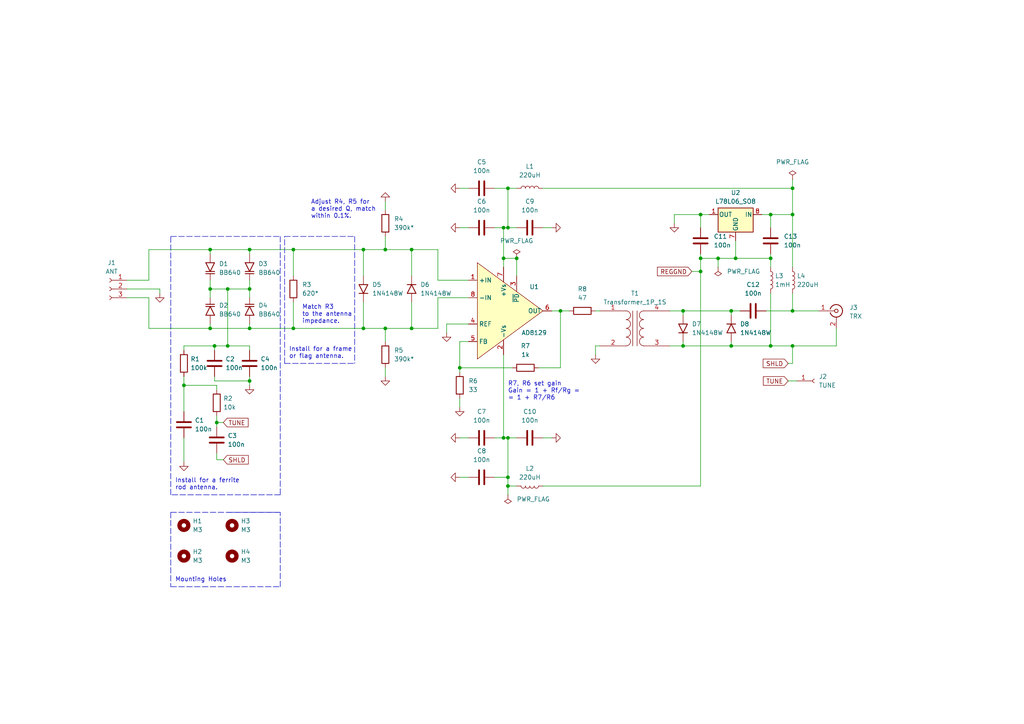
<source format=kicad_sch>
(kicad_sch (version 20211123) (generator eeschema)
  (paper "A4")
  (title_block (title "AD8129 RX Antenna Amp") (date "2022-07-07") (rev "1"))
  (lib_symbols
    (symbol "ad8129-rx-antenna-amp:AD8129"
      (property "Reference" "U" (at -6.35 15.875 0))
      (property "Value" "AD8129" (at -3.175 -15.875 0))
      (symbol "AD8129_0_1"
        (polyline (pts (xy 0 8.89) (xy 0 8.89)))
        (polyline (pts (xy -7.62 13.97) (xy 11.43 0) (xy -7.62 -13.97) (xy -7.62 13.97)) (fill (type background)))
      )
      (symbol "AD8129_1_1"
        (pin input line (at -10.16 8.89 0) (length 2.54) (name "+IN") (number "1"))
        (pin power_in line (at 0 -12.7 90) (length 4.31) (name "-Vs") (number "2"))
        (pin input line (at 3.81 10.16 270) (length 4.55) (name "~{PD}") (number "3"))
        (pin input line (at -10.16 -3.81 0) (length 2.54) (name "REF") (number "4"))
        (pin input line (at -10.16 -8.89 0) (length 2.54) (name "FB") (number "5"))
        (pin output line (at 13.97 0 180) (length 2.54) (name "OUT") (number "6"))
        (pin power_in line (at 0 12.7 270) (length 4.31) (name "+Vs") (number "7"))
        (pin input line (at -10.16 3.81 0) (length 2.54) (name "-IN") (number "8"))
      )
    )
    (symbol "ad8129-rx-antenna-amp:C" (pin_numbers hide) (pin_names (offset 0.254))
      (property "Reference" "C" (at 0.635 2.54 0))
      (property "Value" "C" (at 0.635 -2.54 0))
      (symbol "C_0_1"
        (polyline (pts (xy -2.032 -0.762) (xy 2.032 -0.762)) (stroke (width 0.508)))
        (polyline (pts (xy -2.032 0.762) (xy 2.032 0.762)) (stroke (width 0.508)))
      )
      (symbol "C_1_1"
        (pin passive line (at 0 3.81 270) (length 2.794) (name "~") (number "1"))
        (pin passive line (at 0 -3.81 90) (length 2.794) (name "~") (number "2"))
      )
    )
    (symbol "ad8129-rx-antenna-amp:Conn_01x01_Female" (pin_names (offset 1.016) hide)
      (property "Reference" "J" (at 0 2.54 0))
      (property "Value" "Conn_01x01_Female" (at 0 -2.54 0))
      (symbol "Conn_01x01_Female_1_1"
        (polyline (pts (xy -1.27 0) (xy -0.508 0)) (stroke (width 0.1524)))
        (arc (start 0 0.508) (mid -0.508 0) (end 0 -0.508) (stroke (width 0.1524)))
        (pin passive line (at -5.08 0 0) (length 3.81) (name "Pin_1") (number "1"))
      )
    )
    (symbol "ad8129-rx-antenna-amp:Conn_01x03_Female" (pin_names (offset 1.016) hide)
      (property "Reference" "J" (at 0 5.08 0))
      (property "Value" "Conn_01x03_Female" (at 0 -5.08 0))
      (symbol "Conn_01x03_Female_1_1"
        (arc (start 0 -2.032) (mid -0.508 -2.54) (end 0 -3.048) (stroke (width 0.1524)))
        (polyline (pts (xy -1.27 -2.54) (xy -0.508 -2.54)) (stroke (width 0.1524)))
        (polyline (pts (xy -1.27 0) (xy -0.508 0)) (stroke (width 0.1524)))
        (polyline (pts (xy -1.27 2.54) (xy -0.508 2.54)) (stroke (width 0.1524)))
        (arc (start 0 0.508) (mid -0.508 0) (end 0 -0.508) (stroke (width 0.1524)))
        (arc (start 0 3.048) (mid -0.508 2.54) (end 0 2.032) (stroke (width 0.1524)))
        (pin passive line (at -5.08 2.54 0) (length 3.81) (name "Pin_1") (number "1"))
        (pin passive line (at -5.08 0 0) (length 3.81) (name "Pin_2") (number "2"))
        (pin passive line (at -5.08 -2.54 0) (length 3.81) (name "Pin_3") (number "3"))
      )
    )
    (symbol "ad8129-rx-antenna-amp:Conn_Coaxial" (pin_names (offset 1.016) hide)
      (property "Reference" "J" (at 0.254 3.048 0))
      (property "Value" "Conn_Coaxial" (at 2.921 0 90))
      (symbol "Conn_Coaxial_0_1"
        (arc (start -1.778 -0.508) (mid 0.2311 -1.8066) (end 1.778 0) (stroke (width 0.254)))
        (polyline (pts (xy -2.54 0) (xy -0.508 0)))
        (polyline (pts (xy 0 -2.54) (xy 0 -1.778)))
        (circle (center 0 0) (radius 0.508) (stroke (width 0.2032)))
        (arc (start 1.778 0) (mid 0.2099 1.8101) (end -1.778 0.508) (stroke (width 0.254)))
      )
      (symbol "Conn_Coaxial_1_1"
        (pin passive line (at -5.08 0 0) (length 2.54) (name "In") (number "1"))
        (pin passive line (at 0 -5.08 90) (length 2.54) (name "Ext") (number "2"))
      )
    )
    (symbol "ad8129-rx-antenna-amp:D" (pin_numbers hide) (pin_names (offset 1.016) hide)
      (property "Reference" "D" (at 0 2.54 0))
      (property "Value" "D" (at 0 -2.54 0))
      (symbol "D_0_1"
        (polyline (pts (xy -1.27 1.27) (xy -1.27 -1.27)) (stroke (width 0.254)))
        (polyline (pts (xy 1.27 1.27) (xy 1.27 -1.27) (xy -1.27 0) (xy 1.27 1.27)) (stroke (width 0.254)))
      )
      (symbol "D_1_1"
        (pin passive line (at -3.81 0 0) (length 2.54) (name "K") (number "1"))
        (pin passive line (at 3.81 0 180) (length 2.54) (name "A") (number "2"))
      )
    )
    (symbol "ad8129-rx-antenna-amp:L" (pin_numbers hide) (pin_names (offset 1.016) hide)
      (property "Reference" "L" (at -1.27 0 90))
      (property "Value" "L" (at 1.905 0 90))
      (symbol "L_0_1"
        (arc (start 0 -2.54) (mid 0.635 -1.905) (end 0 -1.27))
        (arc (start 0 -1.27) (mid 0.635 -0.635) (end 0 0))
        (arc (start 0 0) (mid 0.635 0.635) (end 0 1.27))
        (arc (start 0 1.27) (mid 0.635 1.905) (end 0 2.54))
      )
      (symbol "L_1_1"
        (pin passive line (at 0 3.81 270) (length 1.27) (name "1") (number "1"))
        (pin passive line (at 0 -3.81 90) (length 1.27) (name "2") (number "2"))
      )
    )
    (symbol "ad8129-rx-antenna-amp:L78L06_SO8" (pin_names (offset 0.254))
      (property "Reference" "U" (at -3.81 3.175 0))
      (property "Value" "L78L06_SO8" (at 0 3.175 0))
      (symbol "L78L06_SO8_0_1"
        (rectangle (start -5.08 1.905) (end 5.08 -5.08) (stroke (width 0.254)) (fill (type background)))
      )
      (symbol "L78L06_SO8_1_1"
        (pin power_out line (at 7.62 0 180) (length 2.54) (name "OUT") (number "1"))
        (pin passive line (at 0 -7.62 90) (length 2.54) hide (name "GND") (number "2"))
        (pin passive line (at 0 -7.62 90) (length 2.54) hide (name "GND") (number "3"))
        (pin no_connect line (at -5.08 -2.54 0) (length 2.54) hide (name "NC") (number "4"))
        (pin no_connect line (at 5.08 -2.54 180) (length 2.54) hide (name "NC") (number "5"))
        (pin passive line (at 0 -7.62 90) (length 2.54) hide (name "GND") (number "6"))
        (pin power_in line (at 0 -7.62 90) (length 2.54) (name "GND") (number "7"))
        (pin power_in line (at -7.62 0 0) (length 2.54) (name "IN") (number "8"))
      )
    )
    (symbol "ad8129-rx-antenna-amp:MountingHole" (pin_names (offset 1.016))
      (property "Reference" "H" (at 0 5.08 0))
      (property "Value" "MountingHole" (at 0 3.175 0))
      (symbol "MountingHole_0_1"
        (circle (center 0 0) (radius 1.27) (stroke (width 1.27)))
      )
    )
    (symbol "ad8129-rx-antenna-amp:R" (pin_numbers hide) (pin_names (offset 0))
      (property "Reference" "R" (at 2.032 0 90))
      (property "Value" "R" (at 0 0 90))
      (symbol "R_0_1"
        (rectangle (start -1.016 -2.54) (end 1.016 2.54) (stroke (width 0.254)))
      )
      (symbol "R_1_1"
        (pin passive line (at 0 3.81 270) (length 1.27) (name "~") (number "1"))
        (pin passive line (at 0 -3.81 90) (length 1.27) (name "~") (number "2"))
      )
    )
    (symbol "ad8129-rx-antenna-amp:Transformer_1P_1S" (pin_names (offset 1.016) hide)
      (property "Reference" "T" (at 0 6.35 0))
      (property "Value" "Transformer_1P_1S" (at 0 -7.62 0))
      (symbol "Transformer_1P_1S_0_1"
        (arc (start -2.54 -5.0546) (mid -1.6599 -4.6901) (end -1.27 -3.81))
        (arc (start -2.54 -2.5146) (mid -1.6599 -2.1501) (end -1.27 -1.27))
        (arc (start -2.54 0.0254) (mid -1.6599 0.3899) (end -1.27 1.27))
        (arc (start -2.54 2.5654) (mid -1.6599 2.9299) (end -1.27 3.81))
        (arc (start -1.27 -3.81) (mid -1.642 -2.912) (end -2.54 -2.54))
        (arc (start -1.27 -1.27) (mid -1.642 -0.372) (end -2.54 0))
        (arc (start -1.27 1.27) (mid -1.642 2.168) (end -2.54 2.54))
        (arc (start -1.27 3.81) (mid -1.642 4.708) (end -2.54 5.08))
        (polyline (pts (xy -0.635 5.08) (xy -0.635 -5.08)))
        (polyline (pts (xy 0.635 -5.08) (xy 0.635 5.08)))
        (arc (start 1.2954 -1.27) (mid 1.6599 -2.1501) (end 2.54 -2.5146))
        (arc (start 1.2954 1.27) (mid 1.6599 0.3899) (end 2.54 0.0254))
        (arc (start 1.2954 3.81) (mid 1.6599 2.9299) (end 2.54 2.5654))
        (arc (start 1.3208 -3.81) (mid 1.6853 -4.6901) (end 2.5654 -5.0546))
        (arc (start 2.54 0) (mid 1.642 -0.372) (end 1.2954 -1.27))
        (arc (start 2.54 2.54) (mid 1.642 2.168) (end 1.2954 1.27))
        (arc (start 2.54 5.08) (mid 1.642 4.708) (end 1.2954 3.81))
        (arc (start 2.5654 -2.54) (mid 1.6674 -2.912) (end 1.3208 -3.81))
      )
      (symbol "Transformer_1P_1S_1_1"
        (pin passive line (at -10.16 5.08 0) (length 7.62) (name "AA") (number "1"))
        (pin passive line (at -10.16 -5.08 0) (length 7.62) (name "AB") (number "2"))
        (pin passive line (at 10.16 -5.08 180) (length 7.62) (name "SA") (number "3"))
        (pin passive line (at 10.16 5.08 180) (length 7.62) (name "SB") (number "4"))
      )
    )
    (symbol "ad8129-rx-antenna-amp:VD" (pin_numbers hide) (pin_names (offset 1.016) hide)
      (property "Reference" "D" (at 0 2.54 0))
      (property "Value" "VD" (at 0 -2.54 0))
      (symbol "VD_0_1"
        (polyline (pts (xy -1.905 1.27) (xy -1.905 -1.27)) (stroke (width 0.254)))
        (polyline (pts (xy -1.27 1.27) (xy -1.27 -1.27)) (stroke (width 0.254)))
        (polyline (pts (xy 1.27 1.27) (xy 1.27 -1.27) (xy -1.27 0) (xy 1.27 1.27)) (stroke (width 0.254)))
      )
      (symbol "VD_1_1"
        (pin passive line (at -3.81 0 0) (length 1.91) (name "K") (number "1"))
        (pin passive line (at 3.81 0 180) (length 2.54) (name "A") (number "2"))
      )
    )
    (symbol "power:GND" (power) (pin_names (offset 0))
      (property "Value" "GND" (at 0 -3.81 0))
      (symbol "GND_0_1"
        (polyline (pts (xy 0 0) (xy 0 -1.27) (xy 1.27 -1.27) (xy 0 -2.54) (xy -1.27 -1.27) (xy 0 -1.27)))
      )
      (symbol "GND_1_1"
        (pin power_in line (at 0 0 270) (length 0) hide (name "GND") (number "1"))
      )
    )
    (symbol "power:PWR_FLAG" (power) (pin_numbers hide) (pin_names (offset 0) hide)
      (property "Value" "PWR_FLAG" (at 0 3.81 0))
      (symbol "PWR_FLAG_0_0"
        (pin power_out line (at 0 0 90) (length 0) (name "pwr") (number "1"))
      )
      (symbol "PWR_FLAG_0_1"
        (polyline (pts (xy 0 0) (xy 0 1.27) (xy -1.016 1.905) (xy 0 2.54) (xy 1.016 1.905) (xy 0 1.27)))
      )
    )
  )
  (junction (at 66.04 83.82))
  (junction (at 62.865 122.555))
  (junction (at 60.96 83.82))
  (junction (at 105.41 95.25))
  (junction (at 147.32 127))
  (junction (at 229.87 100.33))
  (junction (at 203.2 62.23))
  (junction (at 85.09 72.39))
  (junction (at 119.38 72.39))
  (junction (at 203.2 78.74))
  (junction (at 223.52 62.23))
  (junction (at 66.04 100.33))
  (junction (at 146.05 74.93))
  (junction (at 119.38 95.25))
  (junction (at 111.76 72.39))
  (junction (at 105.41 72.39))
  (junction (at 203.2 74.93))
  (junction (at 133.35 106.68))
  (junction (at 72.39 110.49))
  (junction (at 198.12 100.33))
  (junction (at 53.34 111.76))
  (junction (at 198.12 90.17))
  (junction (at 146.05 127))
  (junction (at 85.09 95.25))
  (junction (at 147.32 66.04))
  (junction (at 60.96 95.25))
  (junction (at 229.87 62.23))
  (junction (at 72.39 95.25))
  (junction (at 147.32 54.61))
  (junction (at 223.52 74.93))
  (junction (at 229.87 90.17))
  (junction (at 212.09 100.33))
  (junction (at 162.56 90.17))
  (junction (at 72.39 72.39))
  (junction (at 223.52 100.33))
  (junction (at 62.23 100.33))
  (junction (at 147.32 140.97))
  (junction (at 72.39 83.82))
  (junction (at 149.86 74.93))
  (junction (at 147.32 138.43))
  (junction (at 213.36 74.93))
  (junction (at 60.96 72.39))
  (junction (at 146.05 66.04))
  (junction (at 212.09 90.17))
  (junction (at 229.87 54.61))
  (junction (at 111.76 95.25))
  (junction (at 208.28 74.93))
  (wire (pts (xy 242.57 95.25) (xy 242.57 100.33)))
  (wire (pts (xy 198.12 90.17) (xy 198.12 91.44)))
  (wire (pts (xy 119.38 72.39) (xy 127 72.39)))
  (wire (pts (xy 222.25 90.17) (xy 229.87 90.17)))
  (wire (pts (xy 62.865 111.76) (xy 62.865 113.03)))
  (wire (pts (xy 146.05 77.47) (xy 146.05 74.93)))
  (wire (pts (xy 229.87 100.33) (xy 242.57 100.33)))
  (wire (pts (xy 157.48 54.61) (xy 229.87 54.61)))
  (wire (pts (xy 212.09 100.33) (xy 223.52 100.33)))
  (wire (pts (xy 111.76 58.42) (xy 111.76 60.96)))
  (wire (pts (xy 203.2 62.23) (xy 205.74 62.23)))
  (wire (pts (xy 229.87 85.09) (xy 229.87 90.17)))
  (wire (pts (xy 147.32 66.04) (xy 149.86 66.04)))
  (wire (pts (xy 133.35 138.43) (xy 135.89 138.43)))
  (wire (pts (xy 229.87 54.61) (xy 229.87 62.23)))
  (wire (pts (xy 195.58 64.77) (xy 195.58 62.23)))
  (wire (pts (xy 147.32 140.97) (xy 147.32 143.51)))
  (wire (pts (xy 60.96 93.98) (xy 60.96 95.25)))
  (wire (pts (xy 85.09 87.63) (xy 85.09 95.25)))
  (wire (pts (xy 229.87 100.33) (xy 229.87 105.41)))
  (wire (pts (xy 229.87 62.23) (xy 229.87 77.47)))
  (wire (pts (xy 60.96 81.28) (xy 60.96 83.82)))
  (wire (pts (xy 213.36 74.93) (xy 223.52 74.93)))
  (wire (pts (xy 146.05 127) (xy 147.32 127)))
  (wire (pts (xy 85.09 72.39) (xy 85.09 80.01)))
  (wire (pts (xy 60.96 72.39) (xy 72.39 72.39)))
  (wire (pts (xy 62.23 109.22) (xy 62.23 110.49)))
  (wire (pts (xy 223.52 85.09) (xy 223.52 100.33)))
  (wire (pts (xy 212.09 99.06) (xy 212.09 100.33)))
  (wire (pts (xy 105.41 87.63) (xy 105.41 95.25)))
  (wire (pts (xy 60.96 73.66) (xy 60.96 72.39)))
  (wire (pts (xy 223.52 62.23) (xy 223.52 66.04)))
  (wire (pts (xy 133.35 66.04) (xy 135.89 66.04)))
  (wire (pts (xy 62.23 100.33) (xy 62.23 101.6)))
  (wire (pts (xy 146.05 74.93) (xy 146.05 66.04)))
  (wire (pts (xy 43.18 95.25) (xy 60.96 95.25)))
  (wire (pts (xy 143.51 127) (xy 146.05 127)))
  (polyline (pts (xy 81.28 170.18) (xy 81.28 148.59)))
  (wire (pts (xy 194.31 100.33) (xy 198.12 100.33)))
  (wire (pts (xy 62.865 131.445) (xy 62.865 133.35)))
  (wire (pts (xy 53.34 109.22) (xy 53.34 111.76)))
  (wire (pts (xy 36.83 86.36) (xy 43.18 86.36)))
  (polyline (pts (xy 81.28 143.51) (xy 49.53 143.51)))
  (wire (pts (xy 111.76 72.39) (xy 119.38 72.39)))
  (wire (pts (xy 198.12 90.17) (xy 212.09 90.17)))
  (wire (pts (xy 127 86.36) (xy 127 95.25)))
  (wire (pts (xy 133.35 127) (xy 135.89 127)))
  (wire (pts (xy 147.32 127) (xy 147.32 138.43)))
  (wire (pts (xy 203.2 74.93) (xy 208.28 74.93)))
  (wire (pts (xy 127 81.28) (xy 135.89 81.28)))
  (polyline (pts (xy 81.28 68.58) (xy 81.28 143.51)))
  (wire (pts (xy 111.76 95.25) (xy 111.76 99.06)))
  (wire (pts (xy 72.39 81.28) (xy 72.39 83.82)))
  (wire (pts (xy 127 86.36) (xy 135.89 86.36)))
  (polyline (pts (xy 66.04 148.59) (xy 81.28 148.59)))
  (wire (pts (xy 195.58 62.23) (xy 203.2 62.23)))
  (wire (pts (xy 157.48 127) (xy 160.02 127)))
  (wire (pts (xy 53.34 111.76) (xy 53.34 119.38)))
  (wire (pts (xy 43.18 72.39) (xy 60.96 72.39)))
  (wire (pts (xy 64.77 133.35) (xy 62.865 133.35)))
  (wire (pts (xy 212.09 90.17) (xy 212.09 91.44)))
  (wire (pts (xy 53.34 111.76) (xy 62.865 111.76)))
  (wire (pts (xy 85.09 95.25) (xy 105.41 95.25)))
  (wire (pts (xy 119.38 87.63) (xy 119.38 95.25)))
  (wire (pts (xy 208.28 74.93) (xy 208.28 77.47)))
  (wire (pts (xy 72.39 101.6) (xy 72.39 100.33)))
  (wire (pts (xy 46.355 85.09) (xy 46.355 83.82)))
  (wire (pts (xy 43.18 81.28) (xy 43.18 72.39)))
  (wire (pts (xy 36.83 83.82) (xy 46.355 83.82)))
  (wire (pts (xy 72.39 83.82) (xy 72.39 86.36)))
  (wire (pts (xy 156.21 106.68) (xy 162.56 106.68)))
  (wire (pts (xy 172.72 90.17) (xy 173.99 90.17)))
  (wire (pts (xy 72.39 110.49) (xy 72.39 111.76)))
  (wire (pts (xy 157.48 66.04) (xy 160.02 66.04)))
  (wire (pts (xy 119.38 80.01) (xy 119.38 72.39)))
  (wire (pts (xy 62.23 110.49) (xy 72.39 110.49)))
  (wire (pts (xy 105.41 72.39) (xy 111.76 72.39)))
  (polyline (pts (xy 82.55 105.41) (xy 102.87 105.41)))
  (wire (pts (xy 53.34 101.6) (xy 53.34 100.33)))
  (wire (pts (xy 53.34 127) (xy 53.34 133.985)))
  (wire (pts (xy 105.41 72.39) (xy 105.41 80.01)))
  (wire (pts (xy 147.32 138.43) (xy 147.32 140.97)))
  (wire (pts (xy 111.76 68.58) (xy 111.76 72.39)))
  (wire (pts (xy 162.56 90.17) (xy 165.1 90.17)))
  (wire (pts (xy 172.72 102.87) (xy 172.72 100.33)))
  (wire (pts (xy 172.72 100.33) (xy 173.99 100.33)))
  (wire (pts (xy 60.96 83.82) (xy 66.04 83.82)))
  (wire (pts (xy 160.02 90.17) (xy 162.56 90.17)))
  (wire (pts (xy 72.39 72.39) (xy 85.09 72.39)))
  (wire (pts (xy 135.89 93.98) (xy 129.54 93.98)))
  (wire (pts (xy 157.48 140.97) (xy 203.2 140.97)))
  (wire (pts (xy 220.98 62.23) (xy 223.52 62.23)))
  (polyline (pts (xy 49.53 148.59) (xy 81.28 148.59)))
  (wire (pts (xy 72.39 93.98) (xy 72.39 95.25)))
  (wire (pts (xy 213.36 69.85) (xy 213.36 74.93)))
  (wire (pts (xy 62.865 120.65) (xy 62.865 122.555)))
  (wire (pts (xy 111.76 95.25) (xy 119.38 95.25)))
  (wire (pts (xy 147.32 54.61) (xy 149.86 54.61)))
  (wire (pts (xy 36.83 81.28) (xy 43.18 81.28)))
  (wire (pts (xy 162.56 90.17) (xy 162.56 106.68)))
  (wire (pts (xy 194.31 90.17) (xy 198.12 90.17)))
  (polyline (pts (xy 49.53 148.59) (xy 49.53 170.18)))
  (wire (pts (xy 143.51 138.43) (xy 147.32 138.43)))
  (wire (pts (xy 111.76 106.68) (xy 111.76 109.22)))
  (wire (pts (xy 203.2 66.04) (xy 203.2 62.23)))
  (wire (pts (xy 228.6 110.49) (xy 231.14 110.49)))
  (wire (pts (xy 127 81.28) (xy 127 72.39)))
  (wire (pts (xy 146.05 102.87) (xy 146.05 127)))
  (wire (pts (xy 135.89 99.06) (xy 133.35 99.06)))
  (wire (pts (xy 53.34 100.33) (xy 62.23 100.33)))
  (polyline (pts (xy 82.55 68.58) (xy 102.87 68.58)))
  (wire (pts (xy 62.865 122.555) (xy 64.77 122.555)))
  (wire (pts (xy 133.35 106.68) (xy 133.35 107.95)))
  (wire (pts (xy 147.32 127) (xy 149.86 127)))
  (wire (pts (xy 229.87 90.17) (xy 237.49 90.17)))
  (wire (pts (xy 228.6 105.41) (xy 229.87 105.41)))
  (wire (pts (xy 85.09 72.39) (xy 105.41 72.39)))
  (polyline (pts (xy 49.53 68.58) (xy 81.28 68.58)))
  (wire (pts (xy 147.32 140.97) (xy 149.86 140.97)))
  (wire (pts (xy 129.54 93.98) (xy 129.54 96.52)))
  (wire (pts (xy 105.41 95.25) (xy 111.76 95.25)))
  (wire (pts (xy 212.09 90.17) (xy 214.63 90.17)))
  (wire (pts (xy 203.2 74.93) (xy 203.2 78.74)))
  (wire (pts (xy 66.04 83.82) (xy 66.04 100.33)))
  (wire (pts (xy 223.52 74.93) (xy 223.52 77.47)))
  (wire (pts (xy 198.12 99.06) (xy 198.12 100.33)))
  (wire (pts (xy 133.35 106.68) (xy 148.59 106.68)))
  (wire (pts (xy 66.04 83.82) (xy 72.39 83.82)))
  (wire (pts (xy 60.96 95.25) (xy 72.39 95.25)))
  (wire (pts (xy 66.04 100.33) (xy 72.39 100.33)))
  (wire (pts (xy 229.87 62.23) (xy 223.52 62.23)))
  (wire (pts (xy 223.52 100.33) (xy 229.87 100.33)))
  (wire (pts (xy 62.865 122.555) (xy 62.865 123.825)))
  (wire (pts (xy 72.39 95.25) (xy 85.09 95.25)))
  (wire (pts (xy 43.18 86.36) (xy 43.18 95.25)))
  (wire (pts (xy 143.51 54.61) (xy 147.32 54.61)))
  (wire (pts (xy 203.2 78.74) (xy 203.2 140.97)))
  (wire (pts (xy 198.12 100.33) (xy 212.09 100.33)))
  (wire (pts (xy 62.23 100.33) (xy 66.04 100.33)))
  (polyline (pts (xy 102.87 68.58) (xy 102.87 105.41)))
  (wire (pts (xy 229.87 52.07) (xy 229.87 54.61)))
  (wire (pts (xy 200.66 78.74) (xy 203.2 78.74)))
  (wire (pts (xy 143.51 66.04) (xy 146.05 66.04)))
  (wire (pts (xy 147.32 54.61) (xy 147.32 66.04)))
  (polyline (pts (xy 49.53 170.18) (xy 81.28 170.18)))
  (wire (pts (xy 223.52 73.66) (xy 223.52 74.93)))
  (wire (pts (xy 133.35 99.06) (xy 133.35 106.68)))
  (wire (pts (xy 72.39 110.49) (xy 72.39 109.22)))
  (wire (pts (xy 208.28 74.93) (xy 213.36 74.93)))
  (wire (pts (xy 146.05 74.93) (xy 149.86 74.93)))
  (wire (pts (xy 133.35 115.57) (xy 133.35 118.11)))
  (wire (pts (xy 60.96 83.82) (xy 60.96 86.36)))
  (wire (pts (xy 72.39 72.39) (xy 72.39 73.66)))
  (wire (pts (xy 146.05 66.04) (xy 147.32 66.04)))
  (wire (pts (xy 119.38 95.25) (xy 127 95.25)))
  (polyline (pts (xy 49.53 143.51) (xy 49.53 68.58)))
  (wire (pts (xy 133.35 54.61) (xy 135.89 54.61)))
  (wire (pts (xy 149.86 74.93) (xy 149.86 80.01)))
  (wire (pts (xy 203.2 73.66) (xy 203.2 74.93)))
  (polyline (pts (xy 82.55 105.41) (xy 82.55 68.58)))
  (text "Adjust R4, R5 for\na desired Q, match\nwithin 0.1%.\n" (at 90.17 63.5 0) (effects (font (size 1.27 1.27)) (justify left bottom)))
  (text "Mounting Holes" (at 50.8 168.91 0) (effects (font (size 1.27 1.27)) (justify left bottom)))
  (text "R7, R6 set gain\nGain = 1 + Rf/Rg =\n= 1 + R7/R6" (at 147.32 116.205 0) (effects (font (size 1.27 1.27)) (justify left bottom)))
  (text "Install for a ferrite\nrod antenna." (at 50.8 142.24 0) (effects (font (size 1.27 1.27)) (justify left bottom)))
  (text "Match R3\nto the antenna\nimpedance." (at 87.63 93.98 0) (effects (font (size 1.27 1.27)) (justify left bottom)))
  (text "Install for a frame\nor flag antenna." (at 83.82 104.14 0) (effects (font (size 1.27 1.27)) (justify left bottom)))
  (global_label "TUNE" (shape input) (at 64.77 122.555 0) (property "Intersheet References" "${INTERSHEET_REFS}" (effects hide)))
  (global_label "SHLD" (shape input) (at 228.6 105.41 180) (property "Intersheet References" "${INTERSHEET_REFS}" (effects hide)))
  (global_label "SHLD" (shape input) (at 64.77 133.35 0) (property "Intersheet References" "${INTERSHEET_REFS}" (effects hide)))
  (global_label "REGGND" (shape input) (at 200.66 78.74 180) (property "Intersheet References" "${INTERSHEET_REFS}" (effects hide)))
  (global_label "TUNE" (shape input) (at 228.6 110.49 180) (property "Intersheet References" "${INTERSHEET_REFS}" (effects hide)))
  (symbol (lib_id "ad8129-rx-antenna-amp:L78L06_SO8") (at 213.36 62.23 0) (mirror y) (unit 1)
    (property "Reference" "U2" (at 213.36 55.88 0))
    (property "Value" "L78L06_SO8" (at 213.36 58.42 0))
    (property "Footprint" "Package_SO:SOIC-8_3.9x4.9mm_P1.27mm" (effects hide))
    (property "Datasheet" "http://www.st.com/content/ccc/resource/technical/document/datasheet/15/55/e5/aa/23/5b/43/fd/CD00000446.pdf/files/CD00000446.pdf/jcr:content/translations/en.CD00000446.pdf" (effects hide))
  )
  (symbol (lib_id "ad8129-rx-antenna-amp:MountingHole") (at 67.31 152.4 0) (unit 1) (in_bom no)
    (property "Reference" "H3" (at 69.85 151.1299 0) (effects (justify left)))
    (property "Value" "M3" (at 69.85 153.6699 0) (effects (justify left)))
    (property "Footprint" "ad8129-rx-antenna-amp:MountingHole_3.2mm_M3" (effects hide))
  )
  (symbol (lib_id "power:PWR_FLAG") (at 229.87 52.07 0) (unit 1)
    (property "Reference" "#FLG04" (effects hide))
    (property "Value" "PWR_FLAG" (at 229.87 46.99 0))
  )
  (symbol (lib_id "ad8129-rx-antenna-amp:D") (at 198.12 95.25 90) (unit 1)
    (property "Reference" "D7" (at 200.66 93.9799 90) (effects (justify right)))
    (property "Value" "1N4148W" (at 200.66 96.5199 90) (effects (justify right)))
    (property "Footprint" "ad8129-rx-antenna-amp:D_SOD-123" (effects hide))
  )
  (symbol (lib_id "ad8129-rx-antenna-amp:R") (at 111.76 64.77 0) (unit 1)
    (property "Reference" "R4" (at 114.3 63.4999 0) (effects (justify left)))
    (property "Value" "390k*" (at 114.3 66.0399 0) (effects (justify left)))
    (property "Footprint" "ad8129-rx-antenna-amp:R_0805_2012Metric" (effects hide))
  )
  (symbol (lib_id "ad8129-rx-antenna-amp:Conn_01x03_Female") (at 31.75 83.82 0) (mirror y) (unit 1)
    (property "Reference" "J1" (at 32.385 76.2 0))
    (property "Value" "ANT" (at 32.385 78.74 0))
    (property "Footprint" "ad8129-rx-antenna-amp:WirePad_3_0.8_1.5" (effects hide))
  )
  (symbol (lib_id "ad8129-rx-antenna-amp:C") (at 139.7 138.43 270) (unit 1)
    (property "Reference" "C8" (at 139.7 130.81 90))
    (property "Value" "100n" (at 139.7 133.35 90))
    (property "Footprint" "ad8129-rx-antenna-amp:C_0805_2012Metric" (effects hide))
  )
  (symbol (lib_id "ad8129-rx-antenna-amp:MountingHole") (at 53.34 161.29 0) (unit 1)
    (property "Reference" "H2" (at 55.88 160.0199 0) (effects (justify left)))
    (property "Value" "M3" (at 55.88 162.5599 0) (effects (justify left)))
    (property "Footprint" "ad8129-rx-antenna-amp:MountingHole_3.2mm_M3" (effects hide))
  )
  (symbol (lib_id "ad8129-rx-antenna-amp:AD8129") (at 146.05 90.17 0) (unit 1)
    (property "Reference" "U1" (at 154.94 83.185 0))
    (property "Value" "AD8129" (at 154.94 96.52 0))
    (property "Footprint" "ad8129-rx-antenna-amp:SOIC-8_3.9x4.9mm_P1.27mm" (effects hide))
  )
  (symbol (lib_id "ad8129-rx-antenna-amp:R") (at 152.4 106.68 90) (unit 1)
    (property "Reference" "R7" (at 152.4 100.33 90))
    (property "Value" "1k" (at 152.4 102.87 90))
    (property "Footprint" "ad8129-rx-antenna-amp:R_0805_2012Metric" (effects hide))
  )
  (symbol (lib_id "power:GND") (at 133.35 54.61 270) (unit 1)
    (property "Reference" "#PWR07" (effects hide))
    (property "Value" "GND" (effects hide))
  )
  (symbol (lib_id "ad8129-rx-antenna-amp:C") (at 218.44 90.17 90) (unit 1)
    (property "Reference" "C12" (at 218.44 82.55 90))
    (property "Value" "100n" (at 218.44 85.09 90))
    (property "Footprint" "ad8129-rx-antenna-amp:C_0805_2012Metric" (effects hide))
  )
  (symbol (lib_id "ad8129-rx-antenna-amp:D") (at 105.41 83.82 90) (unit 1)
    (property "Reference" "D5" (at 107.95 82.5499 90) (effects (justify right)))
    (property "Value" "1N4148W" (at 107.95 85.0899 90) (effects (justify right)))
    (property "Footprint" "ad8129-rx-antenna-amp:D_SOD-123" (effects hide))
  )
  (symbol (lib_id "ad8129-rx-antenna-amp:Conn_Coaxial") (at 242.57 90.17 0) (unit 1)
    (property "Reference" "J3" (at 246.38 89.1931 0) (effects (justify left)))
    (property "Value" "TRX" (at 246.38 91.7331 0) (effects (justify left)))
    (property "Footprint" "ad8129-rx-antenna-amp:SMA_Samtec_SMA-J-P-X-ST-EM1_EdgeMount" (effects hide))
    (property "Datasheet" " ~" (effects hide))
  )
  (symbol (lib_id "ad8129-rx-antenna-amp:L") (at 229.87 81.28 0) (unit 1)
    (property "Reference" "L4" (at 231.14 80.0099 0) (effects (justify left)))
    (property "Value" "220uH" (at 231.14 82.5499 0) (effects (justify left)))
    (property "Footprint" "ad8129-rx-antenna-amp:L_1812_4532Metric_Pad1.30x3.40mm_HandSolder" (effects hide))
  )
  (symbol (lib_id "ad8129-rx-antenna-amp:C") (at 53.34 123.19 0) (unit 1)
    (property "Reference" "C1" (at 56.515 121.9199 0) (effects (justify left)))
    (property "Value" "100n" (at 56.515 124.4599 0) (effects (justify left)))
    (property "Footprint" "ad8129-rx-antenna-amp:C_0805_2012Metric" (effects hide))
  )
  (symbol (lib_id "ad8129-rx-antenna-amp:C") (at 153.67 127 270) (unit 1)
    (property "Reference" "C10" (at 153.67 119.38 90))
    (property "Value" "100n" (at 153.67 121.92 90))
    (property "Footprint" "ad8129-rx-antenna-amp:C_0805_2012Metric" (effects hide))
  )
  (symbol (lib_id "ad8129-rx-antenna-amp:VD") (at 72.39 90.17 270) (unit 1)
    (property "Reference" "D4" (at 74.93 88.5824 90) (effects (justify left)))
    (property "Value" "BB640" (at 74.93 91.1224 90) (effects (justify left)))
    (property "Footprint" "ad8129-rx-antenna-amp:D_SOD-323" (effects hide))
  )
  (symbol (lib_id "power:GND") (at 133.35 118.11 0) (unit 1)
    (property "Reference" "#PWR09" (effects hide))
    (property "Value" "GND" (effects hide))
  )
  (symbol (lib_id "power:GND") (at 195.58 64.77 0) (unit 1)
    (property "Reference" "#PWR015" (effects hide))
    (property "Value" "GND" (effects hide))
  )
  (symbol (lib_id "ad8129-rx-antenna-amp:C") (at 139.7 66.04 90) (unit 1)
    (property "Reference" "C6" (at 139.7 58.42 90))
    (property "Value" "100n" (at 139.7 60.96 90))
    (property "Footprint" "ad8129-rx-antenna-amp:C_0805_2012Metric" (effects hide))
  )
  (symbol (lib_id "ad8129-rx-antenna-amp:R") (at 168.91 90.17 90) (unit 1)
    (property "Reference" "R8" (at 168.91 83.82 90))
    (property "Value" "47" (at 168.91 86.36 90))
    (property "Footprint" "ad8129-rx-antenna-amp:R_0805_2012Metric" (effects hide))
  )
  (symbol (lib_id "ad8129-rx-antenna-amp:VD") (at 60.96 77.47 90) (unit 1)
    (property "Reference" "D1" (at 63.5 76.5174 90) (effects (justify right)))
    (property "Value" "BB640" (at 63.5 79.0574 90) (effects (justify right)))
    (property "Footprint" "ad8129-rx-antenna-amp:D_SOD-323" (effects hide))
  )
  (symbol (lib_id "power:GND") (at 133.35 66.04 270) (unit 1)
    (property "Reference" "#PWR08" (effects hide))
    (property "Value" "GND" (effects hide))
  )
  (symbol (lib_id "power:GND") (at 160.02 127 90) (unit 1)
    (property "Reference" "#PWR013" (effects hide))
    (property "Value" "GND" (effects hide))
  )
  (symbol (lib_id "ad8129-rx-antenna-amp:MountingHole") (at 67.31 161.29 0) (unit 1) (in_bom no)
    (property "Reference" "H4" (at 69.85 160.0199 0) (effects (justify left)))
    (property "Value" "M3" (at 69.85 162.5599 0) (effects (justify left)))
    (property "Footprint" "ad8129-rx-antenna-amp:MountingHole_3.2mm_M3" (effects hide))
  )
  (symbol (lib_id "power:GND") (at 133.35 127 270) (unit 1)
    (property "Reference" "#PWR010" (effects hide))
    (property "Value" "GND" (effects hide))
  )
  (symbol (lib_id "power:GND") (at 111.76 58.42 180) (unit 1)
    (property "Reference" "#PWR04" (effects hide))
    (property "Value" "GND" (effects hide))
  )
  (symbol (lib_id "ad8129-rx-antenna-amp:D") (at 212.09 95.25 270) (unit 1)
    (property "Reference" "D8" (at 214.63 93.9799 90) (effects (justify left)))
    (property "Value" "1N4148W" (at 214.63 96.5199 90) (effects (justify left)))
    (property "Footprint" "ad8129-rx-antenna-amp:D_SOD-123" (effects hide))
  )
  (symbol (lib_id "ad8129-rx-antenna-amp:L") (at 153.67 54.61 90) (unit 1)
    (property "Reference" "L1" (at 153.67 48.26 90))
    (property "Value" "220uH" (at 153.67 50.8 90))
    (property "Footprint" "ad8129-rx-antenna-amp:L_1812_4532Metric_Pad1.30x3.40mm_HandSolder" (effects hide))
  )
  (symbol (lib_id "power:PWR_FLAG") (at 147.32 143.51 180) (unit 1)
    (property "Reference" "#FLG01" (effects hide))
    (property "Value" "PWR_FLAG" (at 149.86 144.7799 0) (effects (justify right)))
  )
  (symbol (lib_id "ad8129-rx-antenna-amp:L") (at 223.52 81.28 0) (unit 1)
    (property "Reference" "L3" (at 224.79 80.0099 0) (effects (justify left)))
    (property "Value" "1mH" (at 224.79 82.5499 0) (effects (justify left)))
    (property "Footprint" "ad8129-rx-antenna-amp:L_1812_4532Metric_Pad1.30x3.40mm_HandSolder" (effects hide))
  )
  (symbol (lib_id "ad8129-rx-antenna-amp:R") (at 53.34 105.41 0) (unit 1)
    (property "Reference" "R1" (at 55.245 104.1399 0) (effects (justify left)))
    (property "Value" "100k" (at 55.245 106.6799 0) (effects (justify left)))
    (property "Footprint" "ad8129-rx-antenna-amp:R_0805_2012Metric" (effects hide))
  )
  (symbol (lib_id "power:GND") (at 172.72 102.87 0) (unit 1)
    (property "Reference" "#PWR014" (effects hide))
    (property "Value" "GND" (effects hide))
  )
  (symbol (lib_id "power:GND") (at 72.39 111.76 0) (unit 1)
    (property "Reference" "#PWR03" (effects hide))
    (property "Value" "GND" (effects hide))
  )
  (symbol (lib_id "ad8129-rx-antenna-amp:C") (at 139.7 127 270) (unit 1)
    (property "Reference" "C7" (at 139.7 119.38 90))
    (property "Value" "100n" (at 139.7 121.92 90))
    (property "Footprint" "ad8129-rx-antenna-amp:C_0805_2012Metric" (effects hide))
  )
  (symbol (lib_id "power:GND") (at 129.54 96.52 0) (unit 1)
    (property "Reference" "#PWR06" (effects hide))
    (property "Value" "GND" (effects hide))
  )
  (symbol (lib_id "ad8129-rx-antenna-amp:R") (at 111.76 102.87 0) (unit 1)
    (property "Reference" "R5" (at 114.3 101.5999 0) (effects (justify left)))
    (property "Value" "390k*" (at 114.3 104.1399 0) (effects (justify left)))
    (property "Footprint" "ad8129-rx-antenna-amp:R_0805_2012Metric" (effects hide))
  )
  (symbol (lib_id "power:PWR_FLAG") (at 149.86 74.93 0) (unit 1)
    (property "Reference" "#FLG02" (effects hide))
    (property "Value" "PWR_FLAG" (at 149.86 69.85 0))
  )
  (symbol (lib_id "ad8129-rx-antenna-amp:C") (at 62.23 105.41 0) (unit 1)
    (property "Reference" "C2" (at 65.405 104.1399 0) (effects (justify left)))
    (property "Value" "100n" (at 65.405 106.6799 0) (effects (justify left)))
    (property "Footprint" "ad8129-rx-antenna-amp:C_0805_2012Metric" (effects hide))
  )
  (symbol (lib_id "ad8129-rx-antenna-amp:L") (at 153.67 140.97 270) (unit 1)
    (property "Reference" "L2" (at 153.67 135.89 90))
    (property "Value" "220uH" (at 153.67 138.43 90))
    (property "Footprint" "ad8129-rx-antenna-amp:L_1812_4532Metric_Pad1.30x3.40mm_HandSolder" (effects hide))
  )
  (symbol (lib_id "ad8129-rx-antenna-amp:D") (at 119.38 83.82 270) (unit 1)
    (property "Reference" "D6" (at 121.92 82.5499 90) (effects (justify left)))
    (property "Value" "1N4148W" (at 121.92 85.0899 90) (effects (justify left)))
    (property "Footprint" "ad8129-rx-antenna-amp:D_SOD-123" (effects hide))
  )
  (symbol (lib_id "ad8129-rx-antenna-amp:MountingHole") (at 53.34 152.4 0) (unit 1) (in_bom no)
    (property "Reference" "H1" (at 55.88 151.1299 0) (effects (justify left)))
    (property "Value" "M3" (at 55.88 153.6699 0) (effects (justify left)))
    (property "Footprint" "ad8129-rx-antenna-amp:MountingHole_3.2mm_M3" (effects hide))
  )
  (symbol (lib_id "ad8129-rx-antenna-amp:R") (at 133.35 111.76 0) (unit 1)
    (property "Reference" "R6" (at 135.89 110.4899 0) (effects (justify left)))
    (property "Value" "33" (at 135.89 113.0299 0) (effects (justify left)))
    (property "Footprint" "ad8129-rx-antenna-amp:R_0805_2012Metric" (effects hide))
  )
  (symbol (lib_id "power:GND") (at 111.76 109.22 0) (unit 1)
    (property "Reference" "#PWR05" (effects hide))
    (property "Value" "GND" (effects hide))
  )
  (symbol (lib_id "ad8129-rx-antenna-amp:C") (at 62.865 127.635 0) (unit 1)
    (property "Reference" "C3" (at 66.04 126.3649 0) (effects (justify left)))
    (property "Value" "100n" (at 66.04 128.9049 0) (effects (justify left)))
    (property "Footprint" "ad8129-rx-antenna-amp:C_0805_2012Metric" (effects hide))
  )
  (symbol (lib_id "power:GND") (at 46.355 85.09 0) (unit 1)
    (property "Reference" "#PWR01" (effects hide))
    (property "Value" "GND" (effects hide))
  )
  (symbol (lib_id "ad8129-rx-antenna-amp:C") (at 72.39 105.41 0) (unit 1)
    (property "Reference" "C4" (at 75.565 104.1399 0) (effects (justify left)))
    (property "Value" "100n" (at 75.565 106.6799 0) (effects (justify left)))
    (property "Footprint" "ad8129-rx-antenna-amp:C_0805_2012Metric" (effects hide))
  )
  (symbol (lib_id "power:PWR_FLAG") (at 208.28 77.47 180) (unit 1)
    (property "Reference" "#FLG03" (effects hide))
    (property "Value" "PWR_FLAG" (at 210.82 78.7399 0) (effects (justify right)))
  )
  (symbol (lib_id "ad8129-rx-antenna-amp:VD") (at 60.96 90.17 270) (unit 1)
    (property "Reference" "D2" (at 63.5 88.5824 90) (effects (justify left)))
    (property "Value" "BB640" (at 63.5 91.1224 90) (effects (justify left)))
    (property "Footprint" "ad8129-rx-antenna-amp:D_SOD-323" (effects hide))
  )
  (symbol (lib_id "ad8129-rx-antenna-amp:VD") (at 72.39 77.47 90) (unit 1)
    (property "Reference" "D3" (at 74.93 76.5174 90) (effects (justify right)))
    (property "Value" "BB640" (at 74.93 79.0574 90) (effects (justify right)))
    (property "Footprint" "ad8129-rx-antenna-amp:D_SOD-323" (effects hide))
  )
  (symbol (lib_id "power:GND") (at 133.35 138.43 270) (unit 1)
    (property "Reference" "#PWR011" (effects hide))
    (property "Value" "GND" (effects hide))
  )
  (symbol (lib_id "ad8129-rx-antenna-amp:C") (at 203.2 69.85 0) (unit 1)
    (property "Reference" "C11" (at 207.01 68.5799 0) (effects (justify left)))
    (property "Value" "100n" (at 207.01 71.1199 0) (effects (justify left)))
    (property "Footprint" "ad8129-rx-antenna-amp:C_0805_2012Metric" (effects hide))
  )
  (symbol (lib_id "ad8129-rx-antenna-amp:Conn_01x01_Female") (at 236.22 110.49 0) (unit 1)
    (property "Reference" "J2" (at 237.49 109.2199 0) (effects (justify left)))
    (property "Value" "TUNE" (at 237.49 111.7599 0) (effects (justify left)))
    (property "Footprint" "ad8129-rx-antenna-amp:WirePad_1_0.8_1.5" (effects hide))
  )
  (symbol (lib_id "ad8129-rx-antenna-amp:R") (at 62.865 116.84 0) (unit 1)
    (property "Reference" "R2" (at 64.77 115.5699 0) (effects (justify left)))
    (property "Value" "10k" (at 64.77 118.1099 0) (effects (justify left)))
    (property "Footprint" "ad8129-rx-antenna-amp:R_0805_2012Metric" (effects hide))
  )
  (symbol (lib_id "power:GND") (at 160.02 66.04 90) (unit 1)
    (property "Reference" "#PWR012" (effects hide))
    (property "Value" "GND" (effects hide))
  )
  (symbol (lib_id "ad8129-rx-antenna-amp:R") (at 85.09 83.82 0) (unit 1)
    (property "Reference" "R3" (at 87.63 82.5499 0) (effects (justify left)))
    (property "Value" "620*" (at 87.63 85.0899 0) (effects (justify left)))
    (property "Footprint" "ad8129-rx-antenna-amp:R_0805_2012Metric" (effects hide))
  )
  (symbol (lib_id "ad8129-rx-antenna-amp:Transformer_1P_1S") (at 184.15 95.25 0) (unit 1)
    (property "Reference" "T1" (at 184.1627 85.09 0))
    (property "Value" "Transformer_1P_1S" (at 184.1627 87.63 0))
    (property "Footprint" "ad8129-rx-antenna-amp:TR-FT-50-43-1P-1S-Isolated" (effects hide))
  )
  (symbol (lib_id "ad8129-rx-antenna-amp:C") (at 223.52 69.85 0) (unit 1)
    (property "Reference" "C13" (at 227.33 68.5799 0) (effects (justify left)))
    (property "Value" "100n" (at 227.33 71.1199 0) (effects (justify left)))
    (property "Footprint" "ad8129-rx-antenna-amp:C_0805_2012Metric" (effects hide))
  )
  (symbol (lib_id "ad8129-rx-antenna-amp:C") (at 153.67 66.04 90) (unit 1)
    (property "Reference" "C9" (at 153.67 58.42 90))
    (property "Value" "100n" (at 153.67 60.96 90))
    (property "Footprint" "ad8129-rx-antenna-amp:C_0805_2012Metric" (effects hide))
  )
  (symbol (lib_id "ad8129-rx-antenna-amp:C") (at 139.7 54.61 90) (unit 1)
    (property "Reference" "C5" (at 139.7 46.99 90))
    (property "Value" "100n" (at 139.7 49.53 90))
    (property "Footprint" "ad8129-rx-antenna-amp:C_0805_2012Metric" (effects hide))
  )
  (symbol (lib_id "power:GND") (at 53.34 133.985 0) (unit 1)
    (property "Reference" "#PWR02" (effects hide))
    (property "Value" "GND" (effects hide))
  )
)
</source>
